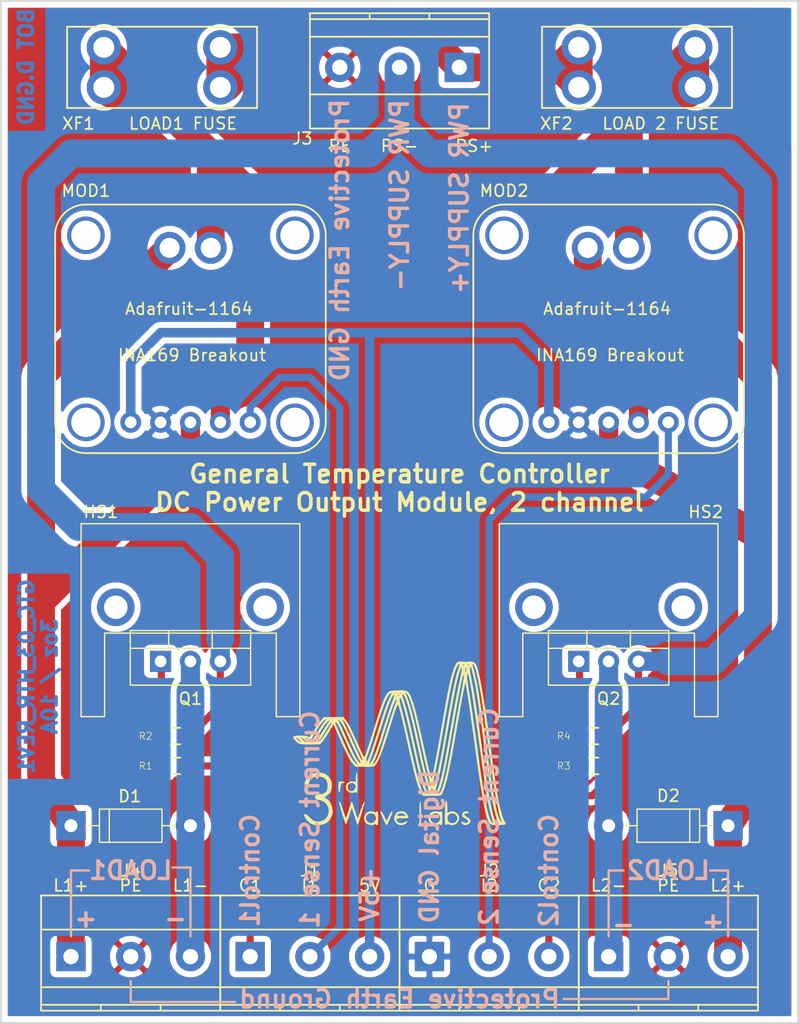
<source format=kicad_pcb>
(kicad_pcb (version 4) (host pcbnew 4.0.6)
  (title_block (title "GTC Module 03: DC Power Output Module") (date 2017-06-30) (rev 1) (company "3rd Wave Labs") (comment 1 "Chip Cotten") (comment 2 "10A/3oz, 7.5A/2oz, 4.5A/1oz") (comment 3 "DC Power Output Module") (comment 4 "General Temperature Controller"))
  (layers (0 F.Cu signal hide) (31 B.Cu signal) (34 B.Paste user hide) (35 F.Paste user hide) (36 B.SilkS user) (37 F.SilkS user) (38 B.Mask user) (39 F.Mask user) (44 Edge.Cuts user))
  (net 0 "")
  (net 1 /LOAD1+)
  (net 2 /LOAD1-)
  (net 3 /LOAD2+)
  (net 4 /LOAD2-)
  (net 5 "Net-(HS1-Pad1)")
  (net 6 "Net-(HS1-Pad2)")
  (net 7 "Net-(HS2-Pad1)")
  (net 8 "Net-(HS2-Pad2)")
  (net 9 /ISENSE1)
  (net 10 /ISENSE2)
  (net 11 /CONTROL1)
  (net 12 /CONTROL2)
  (net 13 /HV+)
  (net 14 /HV-)
  (net 15 "Net-(MOD1-PadH2)")
  (net 16 "Net-(MOD1-PadH3)")
  (net 17 "Net-(MOD1-PadH4)")
  (net 18 /FUSE_1/FUSE_OUT)
  (net 19 "Net-(MOD1-PadH1)")
  (net 20 "Net-(MOD2-PadH2)")
  (net 21 "Net-(MOD2-PadH3)")
  (net 22 "Net-(MOD2-PadH4)")
  (net 23 /FUSE_2/FUSE_OUT)
  (net 24 "Net-(MOD2-PadH1)")
  (net 25 "Net-(Q1-Pad1)")
  (net 26 "Net-(Q2-Pad1)")
  (net 27 /5V)
  (net 28 /GND)
  (net 29 /CHASSIS)
  (module CBC_Connectors:TB_PhxCon_MKDS-1.5-3-5.08 (layer F.Cu) (at 132.08 132.3)
    (fp_text reference J1)
    (fp_text value TB_PhxContact_MKDS-1.5-3-5.08)
    (fp_text user %R (at 5.08 -7.32) (layer F.SilkS))
    (pad 1 thru_hole rect (at 0 0) (size 2.5 2.5) (drill 1.3) (layers *.Cu *.Mask) (net 11 /CONTROL1))
    (pad 2 thru_hole circle (at 5.08 0) (size 2.5 2.5) (drill 1.3) (layers *.Cu *.Mask) (net 9 /ISENSE1))
    (pad 3 thru_hole circle (at 10.16 0) (size 2.5 2.5) (drill 1.3) (layers *.Cu *.Mask) (net 27 /5V))
  )
  (module CBC_Connectors:TB_PhxCon_MKDS-1.5-3-5.08 (layer F.Cu) (at 147.32 132.3)
    (fp_text reference J2)
    (fp_text value TB_PhxContact_MKDS-1.5-3-5.08)
    (fp_text user %R (at 5.08 -7.32) (layer F.SilkS))
    (pad 1 thru_hole rect (at 0 0) (size 2.5 2.5) (drill 1.3) (layers *.Cu *.Mask) (net 28 /GND))
    (pad 2 thru_hole circle (at 5.08 0) (size 2.5 2.5) (drill 1.3) (layers *.Cu *.Mask) (net 10 /ISENSE2))
    (pad 3 thru_hole circle (at 10.16 0) (size 2.5 2.5) (drill 1.3) (layers *.Cu *.Mask) (net 12 /CONTROL2))
  )
  (module CBC_Connectors:TB_PhxCon_MKDS-1.5-3-5.08 (layer F.Cu) (at 149.86 56.7 180)
    (fp_text reference J3)
    (fp_text value TB_PhxContact_MKDS-1.5-3-5.08)
    (fp_text user %R (at 13.335 -6.05 180) (layer F.SilkS))
    (pad 1 thru_hole rect (at 0 0 180) (size 2.5 2.5) (drill 1.3) (layers *.Cu *.Mask) (net 13 /HV+))
    (pad 2 thru_hole circle (at 5.08 0 180) (size 2.5 2.5) (drill 1.3) (layers *.Cu *.Mask) (net 14 /HV-))
    (pad 3 thru_hole circle (at 10.16 0 180) (size 2.5 2.5) (drill 1.3) (layers *.Cu *.Mask) (net 29 /CHASSIS))
  )
  (module CBC_Connectors:TB_PhxCon_MKDS-1.5-3-5.08 (layer F.Cu) (at 116.84 132.3)
    (fp_text reference J4)
    (fp_text value TB_PhxContact_MKDS-1.5-3-5.08)
    (fp_text user %R (at 5.08 -7.32) (layer F.SilkS))
    (pad 1 thru_hole rect (at 0 0) (size 2.5 2.5) (drill 1.3) (layers *.Cu *.Mask) (net 1 /LOAD1+))
    (pad 2 thru_hole circle (at 5.08 0) (size 2.5 2.5) (drill 1.3) (layers *.Cu *.Mask) (net 29 /CHASSIS))
    (pad 3 thru_hole circle (at 10.16 0) (size 2.5 2.5) (drill 1.3) (layers *.Cu *.Mask) (net 2 /LOAD1-))
  )
  (module CBC_Connectors:TB_PhxCon_MKDS-1.5-3-5.08 (layer F.Cu) (at 162.56 132.3)
    (fp_text reference J5)
    (fp_text value TB_PhxContact_MKDS-1.5-3-5.08)
    (fp_text user %R (at 5.08 -7.32) (layer F.SilkS))
    (pad 1 thru_hole rect (at 0 0) (size 2.5 2.5) (drill 1.3) (layers *.Cu *.Mask) (net 4 /LOAD2-))
    (pad 2 thru_hole circle (at 5.08 0) (size 2.5 2.5) (drill 1.3) (layers *.Cu *.Mask) (net 29 /CHASSIS))
    (pad 3 thru_hole circle (at 10.16 0) (size 2.5 2.5) (drill 1.3) (layers *.Cu *.Mask) (net 3 /LOAD2+))
  )
  (module CBC_THTPkg:TO-220_Vertical (layer F.Cu) (at 124.46 107.2)
    (fp_text reference Q1)
    (fp_text value MOSFET_STP40NF10L)
    (fp_text user %R (at 2.54 3.175) (layer F.SilkS))
    (pad 1 thru_hole rect (at 0 0) (size 1.8 1.8) (drill 1) (layers *.Cu *.Mask) (net 25 "Net-(Q1-Pad1)"))
    (pad 2 thru_hole oval (at 2.54 0) (size 1.8 1.8) (drill 1) (layers *.Cu *.Mask) (net 2 /LOAD1-))
    (pad 3 thru_hole oval (at 5.08 0) (size 1.8 1.8) (drill 1) (layers *.Cu *.Mask) (net 14 /HV-))
  )
  (module CBC_THTPkg:TO-220_Vertical (layer F.Cu) (at 160.02 107.2)
    (fp_text reference Q2)
    (fp_text value MOSFET_STP40NF10L)
    (fp_text user %R (at 2.54 3.175) (layer F.SilkS))
    (pad 1 thru_hole rect (at 0 0) (size 1.8 1.8) (drill 1) (layers *.Cu *.Mask) (net 26 "Net-(Q2-Pad1)"))
    (pad 2 thru_hole oval (at 2.54 0) (size 1.8 1.8) (drill 1) (layers *.Cu *.Mask) (net 4 /LOAD2-))
    (pad 3 thru_hole oval (at 5.08 0) (size 1.8 1.8) (drill 1) (layers *.Cu *.Mask) (net 14 /HV-))
  )
  (module CBC_Passive:R0805 (layer F.Cu) (at 125.73 116.09 180)
    (fp_text reference R1)
    (fp_text value RES-1000-077_150Ohm)
    (fp_text user %R (at 2.54 0 180) (layer F.SilkS) (effects (font (size 0.6 0.6) (thickness 0.06))))
    (pad 1 smd rect (at -1.2 0 180) (size 1.3 1.4) (layers F.Cu F.Paste F.Mask) (net 11 /CONTROL1))
    (pad 2 smd rect (at 1.2 0 180) (size 1.3 1.4) (layers F.Cu F.Paste F.Mask) (net 25 "Net-(Q1-Pad1)"))
  )
  (module CBC_Passive:R0805 (layer F.Cu) (at 125.73 113.55)
    (fp_text reference R2)
    (fp_text value RES-1000-121_10K)
    (fp_text user %R (at -2.54 0) (layer F.SilkS) (effects (font (size 0.6 0.6) (thickness 0.06))))
    (pad 1 smd rect (at -1.2 0) (size 1.3 1.4) (layers F.Cu F.Paste F.Mask) (net 25 "Net-(Q1-Pad1)"))
    (pad 2 smd rect (at 1.2 0) (size 1.3 1.4) (layers F.Cu F.Paste F.Mask) (net 14 /HV-))
  )
  (module CBC_Passive:R0805 (layer F.Cu) (at 161.29 116.09 180)
    (fp_text reference R3)
    (fp_text value RES-1000-077_150Ohm)
    (fp_text user %R (at 2.54 0 180) (layer F.SilkS) (effects (font (size 0.6 0.6) (thickness 0.06))))
    (pad 1 smd rect (at -1.2 0 180) (size 1.3 1.4) (layers F.Cu F.Paste F.Mask) (net 12 /CONTROL2))
    (pad 2 smd rect (at 1.2 0 180) (size 1.3 1.4) (layers F.Cu F.Paste F.Mask) (net 26 "Net-(Q2-Pad1)"))
  )
  (module CBC_Passive:R0805 (layer F.Cu) (at 161.29 113.55)
    (fp_text reference R4)
    (fp_text value RES-1000-121_10K)
    (fp_text user %R (at -2.54 0) (layer F.SilkS) (effects (font (size 0.6 0.6) (thickness 0.06))))
    (pad 1 smd rect (at -1.2 0) (size 1.3 1.4) (layers F.Cu F.Paste F.Mask) (net 26 "Net-(Q2-Pad1)"))
    (pad 2 smd rect (at 1.2 0) (size 1.3 1.4) (layers F.Cu F.Paste F.Mask) (net 14 /HV-))
  )
  (module CBC_Connectors:Fuse_Holder_Keystone_3568 (layer F.Cu) (at 129.54 55 180)
    (fp_text reference XF1)
    (fp_text value FuseHolder_MiniBlade_3568)
    (fp_text user %R (at 12.065 -6.48 180) (layer F.SilkS))
    (pad 1 thru_hole circle (at 0 0 180) (size 2.921 2.921) (drill 1.778) (layers *.Cu *.Mask) (net 13 /HV+))
    (pad 2 thru_hole circle (at 9.906 0 180) (size 2.921 2.921) (drill 1.778) (layers *.Cu *.Mask) (net 18 /FUSE_1/FUSE_OUT))
    (pad 1 thru_hole circle (at 0 -3.4036 180) (size 2.921 2.921) (drill 1.778) (layers *.Cu *.Mask) (net 13 /HV+))
    (pad 2 thru_hole circle (at 9.906 -3.4036 180) (size 2.921 2.921) (drill 1.778) (layers *.Cu *.Mask) (net 18 /FUSE_1/FUSE_OUT))
  )
  (module CBC_Connectors:Fuse_Holder_Keystone_3568 (layer F.Cu) (at 160.02 58.4)
    (fp_text reference XF2)
    (fp_text value FuseHolder_MiniBlade_3568)
    (fp_text user %R (at -1.905 3.08) (layer F.SilkS))
    (pad 1 thru_hole circle (at 0 0) (size 2.921 2.921) (drill 1.778) (layers *.Cu *.Mask) (net 13 /HV+))
    (pad 2 thru_hole circle (at 9.906 0) (size 2.921 2.921) (drill 1.778) (layers *.Cu *.Mask) (net 23 /FUSE_2/FUSE_OUT))
    (pad 1 thru_hole circle (at 0 -3.4036) (size 2.921 2.921) (drill 1.778) (layers *.Cu *.Mask) (net 13 /HV+))
    (pad 2 thru_hole circle (at 9.906 -3.4036) (size 2.921 2.921) (drill 1.778) (layers *.Cu *.Mask) (net 23 /FUSE_2/FUSE_OUT))
  )
  (module CBC_Mechanical:Enclosure-DMB-4772 (layer F.Cu) (at 144.78 94.5)
    (fp_text reference ENCLOSURE1)
    (fp_text value Bud_Industries_DMB-4772)
  )
  (module CBC_Mechanical:Heatsink_Wx-T220-101E (layer F.Cu) (at 127 107.2 270)
    (fp_text reference HS1)
    (fp_text value HeatSink_WV-T220-101E)
    (fp_text user %R (at -12.7 7.62 360) (layer F.SilkS))
    (pad 1 thru_hole circle (at -4.6 6.35 270) (size 3.2 3.2) (drill 2) (layers *.Cu *.Mask) (net 5 "Net-(HS1-Pad1)"))
    (pad 2 thru_hole circle (at -4.6 -6.35 270) (size 3.2 3.2) (drill 2) (layers *.Cu *.Mask) (net 6 "Net-(HS1-Pad2)"))
  )
  (module CBC_Mechanical:Heatsink_Wx-T220-101E (layer F.Cu) (at 162.56 107.2 270)
    (fp_text reference HS2)
    (fp_text value HeatSink_WV-T220-101E)
    (fp_text user %R (at -12.7 -8.255 360) (layer F.SilkS))
    (pad 1 thru_hole circle (at -4.6 6.35 270) (size 3.2 3.2) (drill 2) (layers *.Cu *.Mask) (net 7 "Net-(HS2-Pad1)"))
    (pad 2 thru_hole circle (at -4.6 -6.35 270) (size 3.2 3.2) (drill 2) (layers *.Cu *.Mask) (net 8 "Net-(HS2-Pad2)"))
  )
  (module CBC_Logo:3WL_14mmH_600DPI_NEG (layer F.Cu) (at 144.78 114.185)
    (fp_text reference G*** hide)
    (fp_text value LOGO hide)
  )
  (module CBC_THTPkg:D_DO-41_Horiz_Pitch10.16_Pad2.5 (layer F.Cu) (at 116.84 121.17)
    (fp_text reference D1)
    (fp_text value D_1N4002_LargePad)
    (fp_text user %R (at 5 -2.5) (layer F.SilkS))
    (pad 1 thru_hole rect (at 0 0) (size 2.5 2.5) (drill 1.1) (layers *.Cu *.Mask) (net 1 /LOAD1+))
    (pad 2 thru_hole circle (at 10.16 0) (size 2.5 2.5) (drill 1.1) (layers *.Cu *.Mask) (net 2 /LOAD1-))
  )
  (module CBC_THTPkg:D_DO-41_Horiz_Pitch10.16_Pad2.5 (layer F.Cu) (at 172.72 121.17 180)
    (fp_text reference D2)
    (fp_text value D_1N4002_LargePad)
    (fp_text user %R (at 5.08 2.54 180) (layer F.SilkS))
    (pad 1 thru_hole rect (at 0 0 180) (size 2.5 2.5) (drill 1.1) (layers *.Cu *.Mask) (net 3 /LOAD2+))
    (pad 2 thru_hole circle (at 10.16 0 180) (size 2.5 2.5) (drill 1.1) (layers *.Cu *.Mask) (net 4 /LOAD2-))
  )
  (module CBC_Modules:Adafruit-1164_INA169_0291 (layer F.Cu) (at 121.92 86.88)
    (fp_text reference MOD1)
    (fp_text value Adafruit_INA169_0291)
    (fp_text user "INA169 Breakout" (at 5.207 -5.715) (layer F.SilkS))
    (fp_text user Adafruit-1164 (at 4.953 -9.652) (layer F.SilkS))
    (fp_text user %R (at -3.81 -19.685) (layer F.SilkS))
    (pad H2 thru_hole circle (at 13.97 0) (size 3.2004 3.2004) (drill 2.49936) (layers *.Cu *.Mask) (net 15 "Net-(MOD1-PadH2)"))
    (pad H3 thru_hole circle (at 13.97 -15.9004) (size 3.2004 3.2004) (drill 2.49936) (layers *.Cu *.Mask) (net 16 "Net-(MOD1-PadH3)"))
    (pad H4 thru_hole circle (at -3.81 -15.9004) (size 3.2004 3.2004) (drill 2.49936) (layers *.Cu *.Mask) (net 17 "Net-(MOD1-PadH4)"))
    (pad 1 thru_hole circle (at 0 0) (size 1.778 1.778) (drill 1.00076) (layers *.Cu *.Mask) (net 27 /5V))
    (pad 2 thru_hole circle (at 2.54 0) (size 1.778 1.778) (drill 1.00076) (layers *.Cu *.Mask) (net 28 /GND))
    (pad 3 thru_hole circle (at 5.08 0) (size 1.778 1.778) (drill 1.00076) (layers *.Cu *.Mask) (net 1 /LOAD1+))
    (pad 4 thru_hole circle (at 7.62 0) (size 1.778 1.778) (drill 1.00076) (layers *.Cu *.Mask) (net 18 /FUSE_1/FUSE_OUT))
    (pad 5 thru_hole circle (at 10.16 0) (size 1.778 1.778) (drill 1.00076) (layers *.Cu *.Mask) (net 9 /ISENSE1))
    (pad 6 thru_hole circle (at 6.8072 -14.8336) (size 2.7178 2.7178) (drill 1.7018) (layers *.Cu *.Mask) (net 18 /FUSE_1/FUSE_OUT))
    (pad 7 thru_hole circle (at 3.302 -14.8336) (size 2.7178 2.7178) (drill 1.7018) (layers *.Cu *.Mask) (net 1 /LOAD1+))
    (pad H1 thru_hole circle (at -3.81 0) (size 3.2004 3.2004) (drill 2.49936) (layers *.Cu *.Mask) (net 19 "Net-(MOD1-PadH1)"))
  )
  (module CBC_Modules:Adafruit-1164_INA169_0291 (layer F.Cu) (at 157.48 86.88)
    (fp_text reference MOD2)
    (fp_text value Adafruit_INA169_0291)
    (fp_text user "INA169 Breakout" (at 5.207 -5.715) (layer F.SilkS))
    (fp_text user Adafruit-1164 (at 4.953 -9.652) (layer F.SilkS))
    (fp_text user %R (at -3.81 -19.685) (layer F.SilkS))
    (pad H2 thru_hole circle (at 13.97 0) (size 3.2004 3.2004) (drill 2.49936) (layers *.Cu *.Mask) (net 20 "Net-(MOD2-PadH2)"))
    (pad H3 thru_hole circle (at 13.97 -15.9004) (size 3.2004 3.2004) (drill 2.49936) (layers *.Cu *.Mask) (net 21 "Net-(MOD2-PadH3)"))
    (pad H4 thru_hole circle (at -3.81 -15.9004) (size 3.2004 3.2004) (drill 2.49936) (layers *.Cu *.Mask) (net 22 "Net-(MOD2-PadH4)"))
    (pad 1 thru_hole circle (at 0 0) (size 1.778 1.778) (drill 1.00076) (layers *.Cu *.Mask) (net 27 /5V))
    (pad 2 thru_hole circle (at 2.54 0) (size 1.778 1.778) (drill 1.00076) (layers *.Cu *.Mask) (net 28 /GND))
    (pad 3 thru_hole circle (at 5.08 0) (size 1.778 1.778) (drill 1.00076) (layers *.Cu *.Mask) (net 3 /LOAD2+))
    (pad 4 thru_hole circle (at 7.62 0) (size 1.778 1.778) (drill 1.00076) (layers *.Cu *.Mask) (net 23 /FUSE_2/FUSE_OUT))
    (pad 5 thru_hole circle (at 10.16 0) (size 1.778 1.778) (drill 1.00076) (layers *.Cu *.Mask) (net 10 /ISENSE2))
    (pad 6 thru_hole circle (at 6.8072 -14.8336) (size 2.7178 2.7178) (drill 1.7018) (layers *.Cu *.Mask) (net 23 /FUSE_2/FUSE_OUT))
    (pad 7 thru_hole circle (at 3.302 -14.8336) (size 2.7178 2.7178) (drill 1.7018) (layers *.Cu *.Mask) (net 3 /LOAD2+))
    (pad H1 thru_hole circle (at -3.81 0) (size 3.2004 3.2004) (drill 2.49936) (layers *.Cu *.Mask) (net 24 "Net-(MOD2-PadH1)"))
  )
  (gr_line (start 130.81 136.156) (end 121.92 136.156) (angle 90) (layer B.SilkS) (width 0.2))
  (gr_line (start 167.64 135.902) (end 158.75 135.902) (angle 90) (layer B.SilkS) (width 0.2))
  (gr_line (start 121.92 136.156) (end 121.92 134.378) (angle 90) (layer B.SilkS) (width 0.2))
  (gr_line (start 167.64 135.902) (end 167.64 134.378) (angle 90) (layer B.SilkS) (width 0.2))
  (gr_text "Protective Earth Ground" (at 144.78 135.902) (layer B.SilkS) (effects (font (size 1.5 1.5) (thickness 0.3)) (justify mirror)))
  (gr_text "Digital GND" (at 147.32 122.948 90) (layer B.SilkS) (effects (font (size 1.5 1.5) (thickness 0.3)) (justify mirror)))
  (gr_text +5V (at 142.24 127.012 90) (layer B.SilkS) (effects (font (size 1.5 1.5) (thickness 0.3)) (justify mirror)))
  (gr_text "Current Sense 1" (at 137.16 120.662 90) (layer B.SilkS) (effects (font (size 1.5 1.5) (thickness 0.3)) (justify mirror)))
  (gr_text "Current Sense 2" (at 152.4 120.408 90) (layer B.SilkS) (effects (font (size 1.5 1.5) (thickness 0.3)) (justify mirror)))
  (gr_text Control2 (at 157.48 124.98 90) (layer B.SilkS) (effects (font (size 1.5 1.5) (thickness 0.3)) (justify mirror)))
  (gr_text Control1 (at 132.08 124.98 90) (layer B.SilkS) (effects (font (size 1.5 1.5) (thickness 0.3)) (justify mirror)))
  (gr_text "Protective Earth GND" (at 139.7 71.386 90) (layer B.SilkS) (effects (font (size 1.5 1.5) (thickness 0.3)) (justify mirror)))
  (gr_text "PWR SUPPLY-" (at 144.78 67.576 90) (layer B.SilkS) (effects (font (size 1.5 1.5) (thickness 0.3)) (justify mirror)))
  (gr_text "PWR SUPPLY+" (at 149.86 67.83 90) (layer B.SilkS) (effects (font (size 1.5 1.5) (thickness 0.3)) (justify mirror)))
  (gr_line (start 172.72 124.98) (end 172.72 130.568) (angle 90) (layer B.SilkS) (width 0.2))
  (gr_line (start 171.196 124.98) (end 172.72 124.98) (angle 90) (layer B.SilkS) (width 0.2))
  (gr_line (start 162.56 124.98) (end 163.83 124.98) (angle 90) (layer B.SilkS) (width 0.2))
  (gr_line (start 162.56 130.568) (end 162.56 124.98) (angle 90) (layer B.SilkS) (width 0.2))
  (gr_text - (at 163.83 129.552) (layer B.SilkS) (effects (font (size 1.5 1.5) (thickness 0.3)) (justify mirror)))
  (gr_text + (at 171.45 129.298) (layer B.SilkS) (effects (font (size 1.5 1.5) (thickness 0.3)) (justify mirror)))
  (gr_text LOAD2 (at 167.64 124.98) (layer B.SilkS) (effects (font (size 1.5 1.5) (thickness 0.3)) (justify mirror)))
  (gr_text - (at 125.73 129.044) (layer B.SilkS) (effects (font (size 1.5 1.5) (thickness 0.3)) (justify mirror)))
  (gr_text + (at 118.11 129.044) (layer B.SilkS) (effects (font (size 1.5 1.5) (thickness 0.3)) (justify mirror)))
  (gr_line (start 125.476 124.726) (end 127 124.726) (angle 90) (layer B.SilkS) (width 0.2))
  (gr_line (start 116.84 124.98) (end 118.364 124.98) (angle 90) (layer B.SilkS) (width 0.2))
  (gr_text LOAD1 (at 121.92 124.98) (layer B.SilkS) (effects (font (size 1.5 1.5) (thickness 0.3)) (justify mirror)))
  (gr_line (start 127 130.568) (end 127 124.726) (angle 90) (layer B.SilkS) (width 0.2))
  (gr_line (start 116.84 130.568) (end 116.84 124.98) (angle 90) (layer B.SilkS) (width 0.2))
  (gr_text "General Temperature Controller\nDC Power Output Module, 2 channel" (at 144.78 92.468) (layer F.SilkS) (effects (font (size 1.5 1.5) (thickness 0.3))))
  (gr_text "GTC_03_HTR_REV1\n3oz / 10A" (at 114.046 108.47 90) (layer B.Cu) (effects (font (size 1.2192 1.2192) (thickness 0.3048)) (justify mirror)))
  (gr_text PE (at 121.92 126.25) (layer F.SilkS) (effects (font (size 1 1))))
  (gr_text PE (at 167.64 126.25) (layer F.SilkS) (effects (font (size 1 1))))
  (gr_text PE (at 139.7 63.385) (layer F.SilkS) (effects (font (size 1 1))))
  (gr_text "LOAD 2 FUSE" (at 167.005 61.48) (layer F.SilkS) (effects (font (size 1 1))))
  (gr_text "LOAD1 FUSE" (at 126.365 61.48) (layer F.SilkS) (effects (font (size 1 1))))
  (gr_text "TOP PE.GND" (at 176.53 57.416 270) (layer F.Cu) (effects (font (size 1.2192 1.2192) (thickness 0.3048))))
  (gr_text PS- (at 144.78 63.385) (layer F.SilkS) (effects (font (size 1 1))))
  (gr_text PS+ (at 151.13 63.385) (layer F.SilkS) (effects (font (size 1 1))))
  (gr_text C2 (at 157.48 126.25) (layer F.SilkS) (effects (font (size 1 1))))
  (gr_text G (at 147.32 126.25) (layer F.SilkS) (effects (font (size 1 1))))
  (gr_text 5V (at 142.24 126.25) (layer F.SilkS) (effects (font (size 1 1))))
  (gr_text C1 (at 132.08 126.25) (layer F.SilkS) (effects (font (size 1 1))))
  (gr_text I1 (at 137.16 126.25) (layer F.SilkS) (effects (font (size 1 1))))
  (gr_text I2 (at 152.4 126.25) (layer F.SilkS) (effects (font (size 1 1))))
  (gr_text L2+ (at 172.72 126.25) (layer F.SilkS) (effects (font (size 1 1))))
  (gr_text L2- (at 162.56 126.25) (layer F.SilkS) (effects (font (size 1 1))))
  (gr_text L1- (at 127 126.25) (layer F.SilkS) (effects (font (size 1 1))))
  (gr_text L1+ (at 116.84 126.25) (layer F.SilkS) (effects (font (size 1 1))))
  (gr_text "BOT D.GND" (at 113.03 56.654 90) (layer B.Cu) (effects (font (size 1.2192 1.2192) (thickness 0.3048)) (justify mirror)))
  (gr_line (start 110.88 137.95) (end 110.88 51.05) (angle 90) (layer Edge.Cuts) (width 0.15))
  (gr_line (start 178.68 137.95) (end 110.88 137.95) (angle 90) (layer Edge.Cuts) (width 0.15))
  (gr_line (start 178.68 137.95) (end 178.68 51.05) (angle 90) (layer Edge.Cuts) (width 0.15))
  (gr_line (start 178.68 51.05) (end 178.68 137.95) (angle 90) (layer Edge.Cuts) (width 0.15))
  (gr_line (start 110.88 51.05) (end 178.68 51.05) (angle 90) (layer Edge.Cuts) (width 0.15))
  (segment (start 114.3 102.12) (end 127 89.42) (width 2.3622) (layer F.Cu) (net 1))
  (segment (start 127 89.42) (end 127 86.88) (width 1.6256) (layer F.Cu) (net 1))
  (segment (start 125.222 72.0464) (end 114.3 82.9684) (width 2.3622) (layer F.Cu) (net 1))
  (segment (start 114.3 82.9684) (end 114.3 102.12) (width 2.3622) (layer F.Cu) (net 1))
  (segment (start 114.3 117.36) (end 116.84 121.17) (width 2.3622) (layer F.Cu) (net 1))
  (segment (start 114.3 102.12) (end 114.3 117.36) (width 2.3622) (layer F.Cu) (net 1))
  (segment (start 116.84 132.3) (end 116.84 121.17) (width 2.3622) (layer F.Cu) (net 1))
  (segment (start 127 107.2) (end 127 109.74) (width 1.6256) (layer B.Cu) (net 2))
  (segment (start 127 109.74) (end 127 121.17) (width 2.3622) (layer B.Cu) (net 2))
  (segment (start 127 132.3) (end 127 121.17) (width 2.3622) (layer B.Cu) (net 2))
  (segment (start 175.26 83.07) (end 172.72 80.53) (width 2.3622) (layer F.Cu) (net 3))
  (segment (start 172.72 80.53) (end 166.37 80.53) (width 2.3622) (layer F.Cu) (net 3))
  (segment (start 166.37 80.53) (end 160.782 74.942) (width 2.3622) (layer F.Cu) (net 3))
  (segment (start 160.782 74.942) (end 160.782 72.0464) (width 2.3622) (layer F.Cu) (net 3))
  (segment (start 175.26 96.475556) (end 175.26 84.34) (width 2.3622) (layer F.Cu) (net 3))
  (segment (start 175.26 84.34) (end 175.26 83.07) (width 2.3622) (layer F.Cu) (net 3))
  (segment (start 162.56 86.88) (end 162.56 89.42) (width 1.6256) (layer F.Cu) (net 3))
  (segment (start 162.56 89.42) (end 175.26 96.475556) (width 2.3622) (layer F.Cu) (net 3))
  (segment (start 175.26 117.36) (end 175.26 96.475556) (width 2.3622) (layer F.Cu) (net 3))
  (segment (start 175.26 117.36) (end 172.72 121.17) (width 2.3622) (layer F.Cu) (net 3))
  (segment (start 172.72 132.3) (end 172.72 121.17) (width 2.3622) (layer F.Cu) (net 3))
  (segment (start 162.56 107.2) (end 162.56 109.74) (width 1.6256) (layer B.Cu) (net 4))
  (segment (start 162.56 109.74) (end 162.56 121.17) (width 2.3622) (layer B.Cu) (net 4))
  (segment (start 162.56 132.3) (end 162.56 121.17) (width 2.3622) (layer B.Cu) (net 4))
  (segment (start 132.08 86.88) (end 132.08 85.61) (width 0.6096) (layer B.Cu) (net 9))
  (segment (start 132.08 85.61) (end 134.62 83.07) (width 0.6096) (layer B.Cu) (net 9))
  (segment (start 134.62 83.07) (end 137.16 83.07) (width 0.6096) (layer B.Cu) (net 9))
  (segment (start 137.16 83.07) (end 139.7 85.61) (width 0.6096) (layer B.Cu) (net 9))
  (segment (start 139.7 85.61) (end 139.7 129.76) (width 0.6096) (layer B.Cu) (net 9))
  (segment (start 139.7 129.76) (end 137.16 132.3) (width 0.6096) (layer B.Cu) (net 9))
  (segment (start 167.64 86.88) (end 167.64 91.325) (width 0.6096) (layer B.Cu) (net 10))
  (segment (start 167.64 91.325) (end 165.735 93.23) (width 0.6096) (layer B.Cu) (net 10))
  (segment (start 165.735 93.23) (end 154.305 93.23) (width 0.6096) (layer B.Cu) (net 10))
  (segment (start 154.305 93.23) (end 152.4 95.135) (width 0.6096) (layer B.Cu) (net 10))
  (segment (start 152.4 95.135) (end 152.4 132.3) (width 0.6096) (layer B.Cu) (net 10))
  (segment (start 126.93 116.09) (end 129.54 116.09) (width 0.6096) (layer F.Cu) (net 11))
  (segment (start 129.54 116.09) (end 132.08 118.63) (width 0.6096) (layer F.Cu) (net 11))
  (segment (start 132.08 118.63) (end 132.08 132.3) (width 0.6096) (layer F.Cu) (net 11))
  (segment (start 162.49 116.09) (end 162.49 117.29) (width 0.6096) (layer F.Cu) (net 12))
  (segment (start 157.48 119.9) (end 157.48 132.3) (width 0.6096) (layer F.Cu) (net 12))
  (segment (start 158.75 118.63) (end 157.48 119.9) (width 0.6096) (layer F.Cu) (net 12))
  (segment (start 161.15 118.63) (end 158.75 118.63) (width 0.6096) (layer F.Cu) (net 12))
  (segment (start 162.49 117.29) (end 161.15 118.63) (width 0.6096) (layer F.Cu) (net 12))
  (segment (start 160.02 58.4) (end 160.02 54.9964) (width 2.3622) (layer F.Cu) (net 13))
  (segment (start 129.54 58.4036) (end 129.54 55) (width 2.3622) (layer F.Cu) (net 13))
  (segment (start 129.54 55) (end 133.48 55) (width 2.3622) (layer F.Cu) (net 13))
  (segment (start 133.48 55) (end 133.35 55.13) (width 2.3622) (layer F.Cu) (net 13))
  (segment (start 129.54 58.4036) (end 130.0764 58.4036) (width 1.6256) (layer F.Cu) (net 13))
  (segment (start 130.0764 58.4036) (end 133.35 55.13) (width 2.3622) (layer F.Cu) (net 13))
  (segment (start 133.35 55.13) (end 135.382 53.098) (width 2.3622) (layer F.Cu) (net 13))
  (segment (start 146.258 53.098) (end 149.86 56.7) (width 2.3622) (layer F.Cu) (net 13))
  (segment (start 135.382 53.098) (end 146.258 53.098) (width 2.3622) (layer F.Cu) (net 13))
  (segment (start 149.86 56.7) (end 158.3164 56.7) (width 2.3622) (layer F.Cu) (net 13))
  (segment (start 158.3164 56.7) (end 160.02 54.9964) (width 2.3622) (layer F.Cu) (net 13))
  (segment (start 160.02 58.4) (end 160.0164 58.4) (width 1.6256) (layer F.Cu) (net 13))
  (segment (start 160.0164 58.4) (end 158.3164 56.7) (width 2.3622) (layer F.Cu) (net 13))
  (segment (start 129.54 105.295) (end 129.54 107.2) (width 1.6256) (layer B.Cu) (net 14))
  (segment (start 129.54 98.31) (end 129.54 105.295) (width 2.3622) (layer B.Cu) (net 14))
  (segment (start 127 95.77) (end 129.54 98.31) (width 2.3622) (layer B.Cu) (net 14))
  (segment (start 117.475 95.77) (end 127 95.77) (width 2.3622) (layer B.Cu) (net 14))
  (segment (start 142.24 64.02) (end 144.78 61.48) (width 2.3622) (layer B.Cu) (net 14))
  (segment (start 142.24 64.02) (end 137.46 64.02) (width 2.3622) (layer B.Cu) (net 14))
  (segment (start 114.3 88.15) (end 114.3 92.595) (width 2.3622) (layer B.Cu) (net 14))
  (segment (start 114.3 92.595) (end 117.475 95.77) (width 2.3622) (layer B.Cu) (net 14))
  (segment (start 116.84 64.02) (end 137.46 64.02) (width 2.3622) (layer B.Cu) (net 14))
  (segment (start 114.3 66.56) (end 116.84 64.02) (width 2.3622) (layer B.Cu) (net 14))
  (segment (start 114.3 88.15) (end 114.3 66.56) (width 2.3622) (layer B.Cu) (net 14))
  (segment (start 165.1 107.2) (end 167.64 107.2) (width 1.6256) (layer B.Cu) (net 14))
  (segment (start 167.64 107.2) (end 171.45 107.2) (width 2.3622) (layer B.Cu) (net 14))
  (segment (start 152.1 64.02) (end 147.32 64.02) (width 2.3622) (layer B.Cu) (net 14))
  (segment (start 147.32 64.02) (end 144.78 61.48) (width 2.3622) (layer B.Cu) (net 14))
  (segment (start 172.72 64.02) (end 152.1 64.02) (width 2.3622) (layer B.Cu) (net 14))
  (segment (start 175.26 66.56) (end 172.72 64.02) (width 2.3622) (layer B.Cu) (net 14))
  (segment (start 175.26 103.39) (end 175.26 66.56) (width 2.3622) (layer B.Cu) (net 14))
  (segment (start 171.45 107.2) (end 175.26 103.39) (width 2.3622) (layer B.Cu) (net 14))
  (segment (start 144.78 56.7) (end 144.78 61.48) (width 2.54) (layer B.Cu) (net 14))
  (segment (start 165.1 107.2) (end 165.1 110.94) (width 0.6096) (layer F.Cu) (net 14))
  (segment (start 165.1 110.94) (end 162.49 113.55) (width 0.6096) (layer F.Cu) (net 14))
  (segment (start 129.54 107.2) (end 129.54 110.94) (width 0.6096) (layer F.Cu) (net 14))
  (segment (start 129.54 110.94) (end 126.93 113.55) (width 0.6096) (layer F.Cu) (net 14))
  (segment (start 144.78 56.7) (end 145.08 56.7) (width 1.6256) (layer B.Cu) (net 14))
  (segment (start 119.634 58.4036) (end 119.634 55) (width 2.3622) (layer F.Cu) (net 18))
  (segment (start 129.54 86.88) (end 129.54 84.34) (width 1.6256) (layer F.Cu) (net 18))
  (segment (start 132.08 81.8) (end 132.08 67.449) (width 2.3622) (layer F.Cu) (net 18))
  (segment (start 132.08 67.449) (end 128.7242 64.0932) (width 2.3622) (layer F.Cu) (net 18))
  (segment (start 128.7242 64.0932) (end 128.7272 64.0932) (width 2.3622) (layer F.Cu) (net 18))
  (segment (start 129.54 84.34) (end 132.08 81.8) (width 2.3622) (layer F.Cu) (net 18))
  (segment (start 119.634 58.4036) (end 120.1704 58.94) (width 1.6256) (layer F.Cu) (net 18))
  (segment (start 120.1704 58.94) (end 123.574 58.94) (width 2.3622) (layer F.Cu) (net 18))
  (segment (start 119.634 55) (end 123.574 58.94) (width 2.3622) (layer F.Cu) (net 18))
  (segment (start 123.574 58.94) (end 128.7272 64.0932) (width 2.3622) (layer F.Cu) (net 18))
  (segment (start 128.7272 64.0932) (end 128.7272 72.0464) (width 2.3622) (layer F.Cu) (net 18))
  (segment (start 169.926 58.4) (end 169.926 54.9964) (width 2.3622) (layer F.Cu) (net 23))
  (segment (start 169.926 54.9964) (end 165.9824 58.94) (width 2.3622) (layer F.Cu) (net 23))
  (segment (start 157.48 67.83) (end 164.2872 60.6352) (width 2.3622) (layer F.Cu) (net 23))
  (segment (start 165.1 86.88) (end 165.1 84.34) (width 1.6256) (layer F.Cu) (net 23))
  (segment (start 157.48 76.72) (end 157.48 67.83) (width 2.3622) (layer F.Cu) (net 23))
  (segment (start 165.1 84.34) (end 157.48 76.72) (width 2.3622) (layer F.Cu) (net 23))
  (segment (start 164.2872 61.0228) (end 164.2872 60.6352) (width 1.6256) (layer F.Cu) (net 23))
  (segment (start 169.926 58.4) (end 169.386 58.94) (width 1.6256) (layer F.Cu) (net 23))
  (segment (start 169.386 58.94) (end 165.9824 58.94) (width 2.3622) (layer F.Cu) (net 23))
  (segment (start 165.9824 58.94) (end 164.2872 60.6352) (width 2.3622) (layer F.Cu) (net 23))
  (segment (start 164.2872 60.6352) (end 164.2872 72.0464) (width 2.3622) (layer F.Cu) (net 23))
  (segment (start 124.53 113.55) (end 124.53 107.27) (width 0.6096) (layer F.Cu) (net 25))
  (segment (start 124.53 107.27) (end 124.46 107.2) (width 0.6096) (layer F.Cu) (net 25))
  (segment (start 124.53 116.09) (end 124.53 113.55) (width 0.6096) (layer F.Cu) (net 25))
  (segment (start 160.09 116.09) (end 160.09 113.55) (width 0.6096) (layer F.Cu) (net 26))
  (segment (start 160.09 113.55) (end 160.09 107.27) (width 0.6096) (layer F.Cu) (net 26))
  (segment (start 160.09 107.27) (end 160.02 107.2) (width 0.3048) (layer F.Cu) (net 26))
  (segment (start 159.95 113.69) (end 160.09 113.55) (width 0.3048) (layer F.Cu) (net 26))
  (segment (start 142.24 132.3) (end 142.24 79.26) (width 0.8128) (layer B.Cu) (net 27))
  (segment (start 121.92 86.88) (end 121.92 81.8) (width 0.8128) (layer B.Cu) (net 27))
  (segment (start 157.48 81.8) (end 157.48 86.88) (width 0.8128) (layer B.Cu) (net 27))
  (segment (start 154.94 79.26) (end 157.48 81.8) (width 0.8128) (layer B.Cu) (net 27))
  (segment (start 124.46 79.26) (end 142.24 79.26) (width 0.8128) (layer B.Cu) (net 27))
  (segment (start 142.24 79.26) (end 154.94 79.26) (width 0.8128) (layer B.Cu) (net 27))
  (segment (start 121.92 81.8) (end 124.46 79.26) (width 0.8128) (layer B.Cu) (net 27))
  (zone (net 28) (net_name /GND) (layer B.Cu) (connect_pads (clearance 0.508)) (min_thickness 0.254) (fill yes (arc_segments 32) (thermal_gap 0.508) (thermal_bridge_width 0.508))
    (polygon (pts (xy 178.68 137.95) (xy 110.88 137.95) (xy 110.88 51.05) (xy 178.68 51.05)))
  )
  (zone (net 29) (net_name /CHASSIS) (layer F.Cu) (connect_pads (clearance 0.508)) (min_thickness 0.254) (fill yes (arc_segments 16) (thermal_gap 0.508) (thermal_bridge_width 0.508))
    (polygon (pts (xy 178.68 137.95) (xy 110.88 137.95) (xy 110.88 51.05) (xy 178.68 51.05)))
  )
)
</source>
